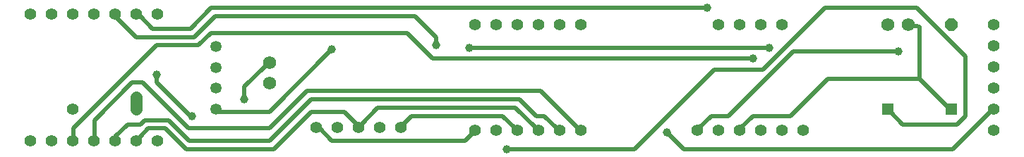
<source format=gbr>
G04 EAGLE Gerber RS-274X export*
G75*
%MOMM*%
%FSLAX34Y34*%
%LPD*%
%INTop Copper*%
%IPPOS*%
%AMOC8*
5,1,8,0,0,1.08239X$1,22.5*%
G01*
G04 Define Apertures*
%ADD10C,1.408000*%
%ADD11C,1.408000*%
%ADD12C,1.575000*%
%ADD13C,1.348000*%
%ADD14R,1.408000X1.408000*%
%ADD15P,1.64956X8X22.5*%
%ADD16C,0.500000*%
%ADD17C,1.000000*%
D10*
X838200Y38100D03*
X863600Y38100D03*
X889000Y38100D03*
X914400Y38100D03*
X939800Y38100D03*
X965200Y38100D03*
X863600Y165100D03*
X889000Y165100D03*
X914400Y165100D03*
X939800Y165100D03*
X571500Y165100D03*
X596900Y165100D03*
X622300Y165100D03*
X647700Y165100D03*
X673100Y165100D03*
X698500Y165100D03*
X698500Y38100D03*
X673100Y38100D03*
X647700Y38100D03*
X622300Y38100D03*
X596900Y38100D03*
X571500Y38100D03*
X38100Y177800D03*
X63500Y177800D03*
X88900Y177800D03*
X114300Y177800D03*
X139700Y177800D03*
X165100Y177800D03*
X190500Y177800D03*
X190500Y25400D03*
X165100Y25400D03*
X139700Y25400D03*
X114300Y25400D03*
X88900Y25400D03*
X63500Y25400D03*
X38100Y25400D03*
X88900Y63500D03*
D11*
X165100Y63500D02*
X165100Y77580D01*
D10*
X381000Y40900D03*
X406400Y40900D03*
X431800Y40900D03*
X457200Y40900D03*
X482600Y40900D03*
X1193800Y38100D03*
X1193800Y63500D03*
X1193800Y88900D03*
X1193800Y114300D03*
X1193800Y139700D03*
X1193800Y165100D03*
D12*
X1066800Y165100D03*
X1091800Y165100D03*
X324865Y119235D03*
X324865Y94235D03*
D13*
X260915Y63500D03*
X260915Y88500D03*
X260915Y113500D03*
X260915Y138500D03*
D14*
X1066800Y63500D03*
X1143000Y63500D03*
D15*
X1143000Y165100D03*
D16*
X190000Y105000D02*
X190000Y95000D01*
X230000Y55000D01*
X232300Y55000D01*
X295000Y75000D02*
X295000Y90000D01*
X320000Y115000D01*
X324865Y119235D01*
D17*
X190000Y105000D03*
X232300Y55000D03*
X295000Y75000D03*
D16*
X1150000Y45000D02*
X1160000Y55000D01*
X1150000Y45000D02*
X1085000Y45000D01*
X1070000Y60000D01*
X1066800Y63500D01*
D17*
X610000Y15160D03*
D16*
X917092Y110300D02*
X991792Y185000D01*
X763368Y15160D02*
X610000Y15160D01*
X858508Y110300D02*
X917092Y110300D01*
X858508Y110300D02*
X763368Y15160D01*
X1160000Y55000D02*
X1160000Y126717D01*
X1101717Y185000D02*
X991792Y185000D01*
X1101717Y185000D02*
X1160000Y126717D01*
X90000Y40000D02*
X90000Y30000D01*
X90000Y40000D02*
X190000Y140000D01*
X240000Y140000D01*
X255000Y155000D01*
X490000Y155000D01*
X90000Y30000D02*
X88900Y25400D01*
D17*
X905000Y123800D03*
D16*
X521200Y123800D02*
X490000Y155000D01*
X521200Y123800D02*
X905000Y123800D01*
X115000Y50000D02*
X115000Y30000D01*
X115000Y50000D02*
X160000Y95000D01*
X325000Y40000D02*
X370000Y85000D01*
X650000Y85000D01*
X695000Y40000D01*
X115000Y30000D02*
X114300Y25400D01*
X695000Y40000D02*
X698500Y38100D01*
X173208Y95000D02*
X160000Y95000D01*
X228208Y40000D02*
X325000Y40000D01*
X228208Y40000D02*
X173208Y95000D01*
X155000Y45000D02*
X140000Y30000D01*
X155000Y45000D02*
X170000Y45000D01*
X175000Y50000D01*
X325000Y25000D02*
X375000Y75000D01*
X625000Y75000D01*
X645000Y55000D01*
X655000Y55000D01*
X670000Y40000D01*
X140000Y30000D02*
X139700Y25400D01*
X670000Y40000D02*
X673100Y38100D01*
X204066Y50000D02*
X175000Y50000D01*
X229066Y25000D02*
X325000Y25000D01*
X229066Y25000D02*
X204066Y50000D01*
X180000Y40000D02*
X170000Y30000D01*
X330000Y15000D02*
X375000Y60000D01*
X415000Y60000D01*
X430000Y45000D01*
X170000Y30000D02*
X165100Y25400D01*
X430000Y45000D02*
X431800Y40900D01*
X620000Y65000D02*
X645000Y40000D01*
X620000Y65000D02*
X455000Y65000D01*
X435000Y45000D01*
X645000Y40000D02*
X647700Y38100D01*
X435000Y45000D02*
X431800Y40900D01*
X199924Y40000D02*
X180000Y40000D01*
X224924Y15000D02*
X330000Y15000D01*
X224924Y15000D02*
X199924Y40000D01*
X185000Y160000D02*
X170000Y175000D01*
X185000Y160000D02*
X230000Y160000D01*
X255000Y185000D01*
X170000Y175000D02*
X165100Y177800D01*
D17*
X850000Y184740D03*
D16*
X849740Y185000D01*
X255000Y185000D01*
X165000Y150000D02*
X140000Y175000D01*
X165000Y150000D02*
X235000Y150000D01*
X260000Y175000D01*
X500000Y175000D01*
X525000Y150000D01*
X525000Y140000D01*
X802300Y35000D02*
X822300Y15000D01*
X1145000Y15000D01*
X1190000Y60000D01*
X140000Y175000D02*
X139700Y177800D01*
X1190000Y60000D02*
X1193800Y63500D01*
D17*
X525000Y140000D03*
X802300Y35000D03*
D16*
X400000Y25000D02*
X385000Y40000D01*
X400000Y25000D02*
X560000Y25000D01*
X570000Y35000D01*
X385000Y40000D02*
X381000Y40900D01*
X570000Y35000D02*
X571500Y38100D01*
X840000Y40000D02*
X855000Y55000D01*
X840000Y40000D02*
X838200Y38100D01*
D17*
X1080000Y132300D03*
D16*
X953234Y132300D01*
X875934Y55000D02*
X855000Y55000D01*
X875934Y55000D02*
X953234Y132300D01*
X1105000Y162460D02*
X1105000Y100000D01*
X1140000Y65000D01*
X1105000Y162460D02*
X1091800Y165100D01*
X1140000Y65000D02*
X1143000Y63500D01*
X620000Y40000D02*
X605000Y55000D01*
X495000Y55000D01*
X485000Y45000D01*
X620000Y40000D02*
X622300Y38100D01*
X485000Y45000D02*
X482600Y40900D01*
X995000Y100000D02*
X1105000Y100000D01*
X995000Y100000D02*
X950000Y55000D01*
X905000Y55000D01*
X890000Y40000D01*
X889000Y38100D01*
X325000Y60000D02*
X265000Y60000D01*
X325000Y60000D02*
X400000Y135000D01*
X565000Y137300D02*
X925000Y137300D01*
X265000Y60000D02*
X260915Y63500D01*
D17*
X400000Y135000D03*
X565000Y137300D03*
X925000Y137300D03*
M02*

</source>
